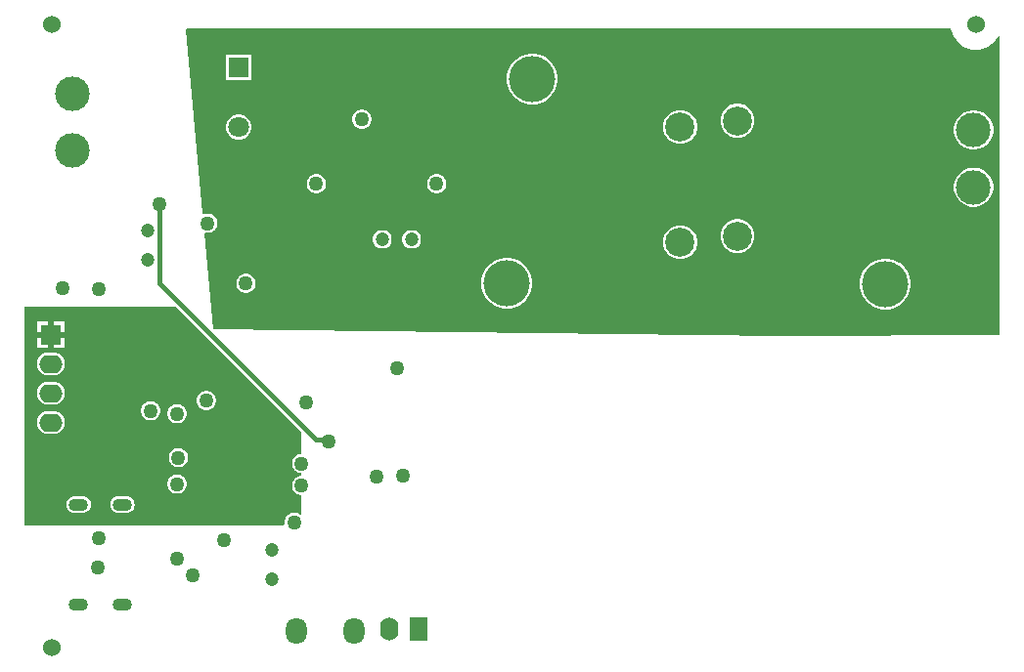
<source format=gbr>
G04*
G04 #@! TF.GenerationSoftware,Altium Limited,Altium Designer,23.0.1 (38)*
G04*
G04 Layer_Physical_Order=4*
G04 Layer_Color=16711680*
%FSLAX25Y25*%
%MOIN*%
G70*
G04*
G04 #@! TF.SameCoordinates,8278F28E-5B15-4BE8-8149-663F5D52C5DE*
G04*
G04*
G04 #@! TF.FilePolarity,Positive*
G04*
G01*
G75*
%ADD62C,0.01500*%
%ADD63O,0.06693X0.04331*%
%ADD64C,0.06000*%
%ADD65C,0.11811*%
%ADD66C,0.09937*%
%ADD67C,0.15748*%
%ADD68R,0.07087X0.07087*%
%ADD69C,0.07087*%
%ADD70R,0.07087X0.07087*%
%ADD71O,0.07874X0.06299*%
%ADD72O,0.07087X0.09055*%
%ADD73R,0.06299X0.07874*%
%ADD74O,0.06299X0.07874*%
%ADD75C,0.04724*%
%ADD76C,0.05000*%
%ADD77C,0.09843*%
G36*
X321443Y221883D02*
X322096Y220307D01*
X323044Y218888D01*
X324250Y217682D01*
X325669Y216734D01*
X327245Y216081D01*
X328919Y215748D01*
X330625D01*
X332298Y216081D01*
X333874Y216734D01*
X335293Y217682D01*
X336499Y218888D01*
X337447Y220307D01*
X337510Y220457D01*
X338000Y220360D01*
Y118203D01*
X263042Y117979D01*
X70000Y120500D01*
X69326Y127695D01*
X66958Y152951D01*
X67340Y153273D01*
X67567Y153213D01*
X68433D01*
X69269Y153437D01*
X70019Y153869D01*
X70631Y154481D01*
X71063Y155231D01*
X71287Y156067D01*
Y156933D01*
X71063Y157769D01*
X70631Y158519D01*
X70019Y159131D01*
X69269Y159563D01*
X68433Y159787D01*
X67567D01*
X66838Y159592D01*
X66314Y159825D01*
X60427Y222630D01*
X60763Y223000D01*
X321221D01*
X321443Y221883D01*
D02*
G37*
G36*
X100000Y85268D02*
Y77787D01*
X99567D01*
X98731Y77563D01*
X97982Y77131D01*
X97369Y76518D01*
X96937Y75769D01*
X96713Y74933D01*
Y74067D01*
X96937Y73231D01*
X97369Y72482D01*
X97982Y71869D01*
X98731Y71437D01*
X99567Y71213D01*
X100000D01*
Y70287D01*
X99567D01*
X98731Y70063D01*
X97982Y69631D01*
X97369Y69019D01*
X96937Y68269D01*
X96713Y67433D01*
Y66567D01*
X96937Y65731D01*
X97369Y64982D01*
X97982Y64369D01*
X98731Y63937D01*
X99567Y63713D01*
X100000D01*
Y57302D01*
X99766Y57205D01*
X99500Y57141D01*
X98769Y57563D01*
X97933Y57787D01*
X97067D01*
X96231Y57563D01*
X95481Y57131D01*
X94869Y56519D01*
X94437Y55769D01*
X94213Y54933D01*
Y54067D01*
X94258Y53897D01*
X93954Y53500D01*
X5500D01*
Y128000D01*
X57268D01*
X100000Y85268D01*
D02*
G37*
%LPC*%
G36*
X82831Y214067D02*
X74169D01*
Y205405D01*
X82831D01*
Y214067D01*
D02*
G37*
G36*
X179459Y214370D02*
X177753D01*
X176080Y214037D01*
X174504Y213384D01*
X173085Y212436D01*
X171879Y211230D01*
X170931Y209811D01*
X170278Y208235D01*
X169945Y206562D01*
Y204856D01*
X170278Y203182D01*
X170931Y201606D01*
X171879Y200187D01*
X173085Y198981D01*
X174504Y198033D01*
X176080Y197380D01*
X177753Y197047D01*
X179459D01*
X181133Y197380D01*
X182709Y198033D01*
X184128Y198981D01*
X185334Y200187D01*
X186282Y201606D01*
X186935Y203182D01*
X187268Y204856D01*
Y206562D01*
X186935Y208235D01*
X186282Y209811D01*
X185334Y211230D01*
X184128Y212436D01*
X182709Y213384D01*
X181133Y214037D01*
X179459Y214370D01*
D02*
G37*
G36*
X120933Y195287D02*
X120067D01*
X119231Y195063D01*
X118482Y194631D01*
X117869Y194018D01*
X117437Y193269D01*
X117213Y192433D01*
Y191567D01*
X117437Y190731D01*
X117869Y189981D01*
X118482Y189369D01*
X119231Y188937D01*
X120067Y188713D01*
X120933D01*
X121769Y188937D01*
X122519Y189369D01*
X123131Y189981D01*
X123563Y190731D01*
X123787Y191567D01*
Y192433D01*
X123563Y193269D01*
X123131Y194018D01*
X122519Y194631D01*
X121769Y195063D01*
X120933Y195287D01*
D02*
G37*
G36*
X249258Y197256D02*
X247742D01*
X246278Y196864D01*
X244966Y196106D01*
X243894Y195034D01*
X243136Y193722D01*
X242744Y192258D01*
Y190742D01*
X243136Y189278D01*
X243894Y187966D01*
X244966Y186894D01*
X246278Y186136D01*
X247742Y185744D01*
X249258D01*
X250722Y186136D01*
X252034Y186894D01*
X253106Y187966D01*
X253864Y189278D01*
X254256Y190742D01*
Y192258D01*
X253864Y193722D01*
X253106Y195034D01*
X252034Y196106D01*
X250722Y196864D01*
X249258Y197256D01*
D02*
G37*
G36*
X79070Y193595D02*
X77930D01*
X76828Y193299D01*
X75841Y192729D01*
X75035Y191923D01*
X74464Y190935D01*
X74169Y189834D01*
Y188694D01*
X74464Y187592D01*
X75035Y186605D01*
X75841Y185798D01*
X76828Y185228D01*
X77930Y184933D01*
X79070D01*
X80172Y185228D01*
X81159Y185798D01*
X81965Y186605D01*
X82536Y187592D01*
X82831Y188694D01*
Y189834D01*
X82536Y190935D01*
X81965Y191923D01*
X81159Y192729D01*
X80172Y193299D01*
X79070Y193595D01*
D02*
G37*
G36*
X229758Y195126D02*
X228242D01*
X226778Y194734D01*
X225466Y193976D01*
X224394Y192904D01*
X223636Y191592D01*
X223244Y190128D01*
Y188612D01*
X223636Y187148D01*
X224394Y185836D01*
X225466Y184764D01*
X226778Y184006D01*
X228242Y183614D01*
X229758D01*
X231222Y184006D01*
X232534Y184764D01*
X233606Y185836D01*
X234364Y187148D01*
X234756Y188612D01*
Y190128D01*
X234364Y191592D01*
X233606Y192904D01*
X232534Y193976D01*
X231222Y194734D01*
X229758Y195126D01*
D02*
G37*
G36*
X329659Y195035D02*
X328341D01*
X327048Y194778D01*
X325830Y194274D01*
X324733Y193541D01*
X323801Y192609D01*
X323069Y191513D01*
X322564Y190295D01*
X322307Y189002D01*
Y187683D01*
X322564Y186390D01*
X323069Y185172D01*
X323801Y184076D01*
X324733Y183144D01*
X325830Y182411D01*
X327048Y181907D01*
X328341Y181650D01*
X329659D01*
X330952Y181907D01*
X332170Y182411D01*
X333266Y183144D01*
X334199Y184076D01*
X334931Y185172D01*
X335436Y186390D01*
X335693Y187683D01*
Y189002D01*
X335436Y190295D01*
X334931Y191513D01*
X334199Y192609D01*
X333266Y193541D01*
X332170Y194274D01*
X330952Y194778D01*
X329659Y195035D01*
D02*
G37*
G36*
X146433Y173287D02*
X145567D01*
X144731Y173063D01*
X143982Y172631D01*
X143369Y172019D01*
X142937Y171269D01*
X142713Y170433D01*
Y169567D01*
X142937Y168731D01*
X143369Y167982D01*
X143982Y167369D01*
X144731Y166937D01*
X145567Y166713D01*
X146433D01*
X147269Y166937D01*
X148019Y167369D01*
X148631Y167982D01*
X149063Y168731D01*
X149287Y169567D01*
Y170433D01*
X149063Y171269D01*
X148631Y172019D01*
X148019Y172631D01*
X147269Y173063D01*
X146433Y173287D01*
D02*
G37*
G36*
X105433D02*
X104567D01*
X103731Y173063D01*
X102981Y172631D01*
X102369Y172019D01*
X101937Y171269D01*
X101713Y170433D01*
Y169567D01*
X101937Y168731D01*
X102369Y167982D01*
X102981Y167369D01*
X103731Y166937D01*
X104567Y166713D01*
X105433D01*
X106269Y166937D01*
X107018Y167369D01*
X107631Y167982D01*
X108063Y168731D01*
X108287Y169567D01*
Y170433D01*
X108063Y171269D01*
X107631Y172019D01*
X107018Y172631D01*
X106269Y173063D01*
X105433Y173287D01*
D02*
G37*
G36*
X329659Y175508D02*
X328341D01*
X327048Y175251D01*
X325830Y174746D01*
X324733Y174014D01*
X323801Y173081D01*
X323069Y171985D01*
X322564Y170767D01*
X322307Y169474D01*
Y168156D01*
X322564Y166863D01*
X323069Y165645D01*
X323801Y164549D01*
X324733Y163616D01*
X325830Y162884D01*
X327048Y162379D01*
X328341Y162122D01*
X329659D01*
X330952Y162379D01*
X332170Y162884D01*
X333266Y163616D01*
X334199Y164549D01*
X334931Y165645D01*
X335436Y166863D01*
X335693Y168156D01*
Y169474D01*
X335436Y170767D01*
X334931Y171985D01*
X334199Y173081D01*
X333266Y174014D01*
X332170Y174746D01*
X330952Y175251D01*
X329659Y175508D01*
D02*
G37*
G36*
X137915Y154150D02*
X137085D01*
X136284Y153935D01*
X135566Y153520D01*
X134980Y152934D01*
X134565Y152216D01*
X134350Y151415D01*
Y150585D01*
X134565Y149784D01*
X134980Y149066D01*
X135566Y148480D01*
X136284Y148065D01*
X137085Y147850D01*
X137915D01*
X138716Y148065D01*
X139434Y148480D01*
X140020Y149066D01*
X140435Y149784D01*
X140650Y150585D01*
Y151415D01*
X140435Y152216D01*
X140020Y152934D01*
X139434Y153520D01*
X138716Y153935D01*
X137915Y154150D01*
D02*
G37*
G36*
X127915D02*
X127085D01*
X126284Y153935D01*
X125566Y153520D01*
X124980Y152934D01*
X124565Y152216D01*
X124350Y151415D01*
Y150585D01*
X124565Y149784D01*
X124980Y149066D01*
X125566Y148480D01*
X126284Y148065D01*
X127085Y147850D01*
X127915D01*
X128716Y148065D01*
X129434Y148480D01*
X130020Y149066D01*
X130435Y149784D01*
X130650Y150585D01*
Y151415D01*
X130435Y152216D01*
X130020Y152934D01*
X129434Y153520D01*
X128716Y153935D01*
X127915Y154150D01*
D02*
G37*
G36*
X249258Y157886D02*
X247742D01*
X246278Y157494D01*
X244966Y156736D01*
X243894Y155664D01*
X243136Y154352D01*
X242744Y152888D01*
Y151372D01*
X243136Y149908D01*
X243894Y148596D01*
X244966Y147524D01*
X246278Y146766D01*
X247742Y146374D01*
X249258D01*
X250722Y146766D01*
X252034Y147524D01*
X253106Y148596D01*
X253864Y149908D01*
X254256Y151372D01*
Y152888D01*
X253864Y154352D01*
X253106Y155664D01*
X252034Y156736D01*
X250722Y157494D01*
X249258Y157886D01*
D02*
G37*
G36*
X229758Y155756D02*
X228242D01*
X226778Y155364D01*
X225466Y154606D01*
X224394Y153534D01*
X223636Y152222D01*
X223244Y150758D01*
Y149242D01*
X223636Y147778D01*
X224394Y146466D01*
X225466Y145394D01*
X226778Y144636D01*
X228242Y144244D01*
X229758D01*
X231222Y144636D01*
X232534Y145394D01*
X233606Y146466D01*
X234364Y147778D01*
X234756Y149242D01*
Y150758D01*
X234364Y152222D01*
X233606Y153534D01*
X232534Y154606D01*
X231222Y155364D01*
X229758Y155756D01*
D02*
G37*
G36*
X81433Y139287D02*
X80567D01*
X79731Y139063D01*
X78982Y138631D01*
X78369Y138019D01*
X77937Y137269D01*
X77713Y136433D01*
Y135567D01*
X77937Y134731D01*
X78369Y133982D01*
X78982Y133369D01*
X79731Y132937D01*
X80567Y132713D01*
X81433D01*
X82269Y132937D01*
X83018Y133369D01*
X83631Y133982D01*
X84063Y134731D01*
X84287Y135567D01*
Y136433D01*
X84063Y137269D01*
X83631Y138019D01*
X83018Y138631D01*
X82269Y139063D01*
X81433Y139287D01*
D02*
G37*
G36*
X170798Y144685D02*
X169092D01*
X167418Y144352D01*
X165842Y143699D01*
X164424Y142751D01*
X163217Y141545D01*
X162269Y140126D01*
X161616Y138550D01*
X161284Y136877D01*
Y135171D01*
X161616Y133497D01*
X162269Y131921D01*
X163217Y130502D01*
X164424Y129296D01*
X165842Y128348D01*
X167418Y127695D01*
X169092Y127362D01*
X170798D01*
X172471Y127695D01*
X174048Y128348D01*
X175466Y129296D01*
X176673Y130502D01*
X177620Y131921D01*
X178273Y133497D01*
X178606Y135171D01*
Y136877D01*
X178273Y138550D01*
X177620Y140126D01*
X176673Y141545D01*
X175466Y142751D01*
X174048Y143699D01*
X172471Y144352D01*
X170798Y144685D01*
D02*
G37*
G36*
X299747Y144453D02*
X298041D01*
X296367Y144120D01*
X294791Y143467D01*
X293372Y142519D01*
X292166Y141313D01*
X291218Y139894D01*
X290565Y138318D01*
X290232Y136644D01*
Y134938D01*
X290565Y133265D01*
X291218Y131689D01*
X292166Y130270D01*
X293372Y129064D01*
X294791Y128116D01*
X296367Y127463D01*
X298041Y127130D01*
X299747D01*
X301420Y127463D01*
X302996Y128116D01*
X304415Y129064D01*
X305622Y130270D01*
X306569Y131689D01*
X307222Y133265D01*
X307555Y134938D01*
Y136644D01*
X307222Y138318D01*
X306569Y139894D01*
X305622Y141313D01*
X304415Y142519D01*
X302996Y143467D01*
X301420Y144120D01*
X299747Y144453D01*
D02*
G37*
G36*
X19043Y123043D02*
X15500D01*
Y119500D01*
X19043D01*
Y123043D01*
D02*
G37*
G36*
X13500D02*
X9957D01*
Y119500D01*
X13500D01*
Y123043D01*
D02*
G37*
G36*
X19043Y117500D02*
X15500D01*
Y113957D01*
X19043D01*
Y117500D01*
D02*
G37*
G36*
X13500D02*
X9957D01*
Y113957D01*
X13500D01*
Y117500D01*
D02*
G37*
G36*
X15287Y112471D02*
X13713D01*
X12685Y112336D01*
X11727Y111939D01*
X10905Y111308D01*
X10274Y110485D01*
X9877Y109528D01*
X9742Y108500D01*
X9877Y107472D01*
X10274Y106515D01*
X10905Y105692D01*
X11727Y105061D01*
X12685Y104664D01*
X13713Y104529D01*
X15287D01*
X16315Y104664D01*
X17273Y105061D01*
X18095Y105692D01*
X18726Y106515D01*
X19123Y107472D01*
X19258Y108500D01*
X19123Y109528D01*
X18726Y110485D01*
X18095Y111308D01*
X17273Y111939D01*
X16315Y112336D01*
X15287Y112471D01*
D02*
G37*
G36*
Y102471D02*
X13713D01*
X12685Y102336D01*
X11727Y101939D01*
X10905Y101308D01*
X10274Y100486D01*
X9877Y99528D01*
X9742Y98500D01*
X9877Y97472D01*
X10274Y96514D01*
X10905Y95692D01*
X11727Y95061D01*
X12685Y94664D01*
X13713Y94529D01*
X15287D01*
X16315Y94664D01*
X17273Y95061D01*
X18095Y95692D01*
X18726Y96514D01*
X19123Y97472D01*
X19258Y98500D01*
X19123Y99528D01*
X18726Y100486D01*
X18095Y101308D01*
X17273Y101939D01*
X16315Y102336D01*
X15287Y102471D01*
D02*
G37*
G36*
X67933Y99287D02*
X67067D01*
X66231Y99063D01*
X65482Y98631D01*
X64869Y98018D01*
X64437Y97269D01*
X64213Y96433D01*
Y95567D01*
X64437Y94731D01*
X64869Y93981D01*
X65482Y93369D01*
X66231Y92937D01*
X67067Y92713D01*
X67933D01*
X68769Y92937D01*
X69519Y93369D01*
X70131Y93981D01*
X70563Y94731D01*
X70787Y95567D01*
Y96433D01*
X70563Y97269D01*
X70131Y98018D01*
X69519Y98631D01*
X68769Y99063D01*
X67933Y99287D01*
D02*
G37*
G36*
X48933Y95787D02*
X48067D01*
X47231Y95563D01*
X46481Y95131D01*
X45869Y94519D01*
X45437Y93769D01*
X45213Y92933D01*
Y92067D01*
X45437Y91231D01*
X45869Y90482D01*
X46481Y89869D01*
X47231Y89437D01*
X48067Y89213D01*
X48933D01*
X49769Y89437D01*
X50519Y89869D01*
X51131Y90482D01*
X51563Y91231D01*
X51787Y92067D01*
Y92933D01*
X51563Y93769D01*
X51131Y94519D01*
X50519Y95131D01*
X49769Y95563D01*
X48933Y95787D01*
D02*
G37*
G36*
X57933Y94787D02*
X57067D01*
X56231Y94563D01*
X55481Y94131D01*
X54869Y93519D01*
X54437Y92769D01*
X54213Y91933D01*
Y91067D01*
X54437Y90231D01*
X54869Y89482D01*
X55481Y88869D01*
X56231Y88437D01*
X57067Y88213D01*
X57933D01*
X58769Y88437D01*
X59518Y88869D01*
X60131Y89482D01*
X60563Y90231D01*
X60787Y91067D01*
Y91933D01*
X60563Y92769D01*
X60131Y93519D01*
X59518Y94131D01*
X58769Y94563D01*
X57933Y94787D01*
D02*
G37*
G36*
X15287Y92471D02*
X13713D01*
X12685Y92336D01*
X11727Y91939D01*
X10905Y91308D01*
X10274Y90486D01*
X9877Y89528D01*
X9742Y88500D01*
X9877Y87472D01*
X10274Y86515D01*
X10905Y85692D01*
X11727Y85061D01*
X12685Y84664D01*
X13713Y84529D01*
X15287D01*
X16315Y84664D01*
X17273Y85061D01*
X18095Y85692D01*
X18726Y86515D01*
X19123Y87472D01*
X19258Y88500D01*
X19123Y89528D01*
X18726Y90486D01*
X18095Y91308D01*
X17273Y91939D01*
X16315Y92336D01*
X15287Y92471D01*
D02*
G37*
G36*
X58433Y79787D02*
X57567D01*
X56731Y79563D01*
X55981Y79131D01*
X55369Y78518D01*
X54937Y77769D01*
X54713Y76933D01*
Y76067D01*
X54937Y75231D01*
X55369Y74481D01*
X55981Y73869D01*
X56731Y73437D01*
X57567Y73213D01*
X58433D01*
X59269Y73437D01*
X60018Y73869D01*
X60631Y74481D01*
X61063Y75231D01*
X61287Y76067D01*
Y76933D01*
X61063Y77769D01*
X60631Y78518D01*
X60018Y79131D01*
X59269Y79563D01*
X58433Y79787D01*
D02*
G37*
G36*
X57933Y70787D02*
X57067D01*
X56231Y70563D01*
X55481Y70131D01*
X54869Y69519D01*
X54437Y68769D01*
X54213Y67933D01*
Y67067D01*
X54437Y66231D01*
X54869Y65482D01*
X55481Y64869D01*
X56231Y64437D01*
X57067Y64213D01*
X57933D01*
X58769Y64437D01*
X59518Y64869D01*
X60131Y65482D01*
X60563Y66231D01*
X60787Y67067D01*
Y67933D01*
X60563Y68769D01*
X60131Y69519D01*
X59518Y70131D01*
X58769Y70563D01*
X57933Y70787D01*
D02*
G37*
G36*
X40142Y63478D02*
X37780D01*
X37009Y63377D01*
X36290Y63079D01*
X35674Y62606D01*
X35200Y61989D01*
X34903Y61271D01*
X34801Y60500D01*
X34903Y59729D01*
X35200Y59011D01*
X35674Y58394D01*
X36290Y57921D01*
X37009Y57623D01*
X37780Y57522D01*
X40142D01*
X40913Y57623D01*
X41631Y57921D01*
X42248Y58394D01*
X42721Y59011D01*
X43018Y59729D01*
X43120Y60500D01*
X43018Y61271D01*
X42721Y61989D01*
X42248Y62606D01*
X41631Y63079D01*
X40913Y63377D01*
X40142Y63478D01*
D02*
G37*
G36*
X25181D02*
X22819D01*
X22048Y63377D01*
X21330Y63079D01*
X20713Y62606D01*
X20240Y61989D01*
X19942Y61271D01*
X19841Y60500D01*
X19942Y59729D01*
X20240Y59011D01*
X20713Y58394D01*
X21330Y57921D01*
X22048Y57623D01*
X22819Y57522D01*
X25181D01*
X25952Y57623D01*
X26670Y57921D01*
X27287Y58394D01*
X27760Y59011D01*
X28058Y59729D01*
X28159Y60500D01*
X28058Y61271D01*
X27760Y61989D01*
X27287Y62606D01*
X26670Y63079D01*
X25952Y63377D01*
X25181Y63478D01*
D02*
G37*
%LPD*%
D62*
X51500Y135985D02*
Y163000D01*
X106803Y82585D02*
X106815Y82573D01*
X108425D02*
X109095Y81903D01*
X106815Y82573D02*
X108425D01*
X51500Y135985D02*
X104900Y82585D01*
X106803D01*
D63*
X38961Y60500D02*
D03*
Y26484D02*
D03*
X24000Y60500D02*
D03*
Y26484D02*
D03*
D64*
X14811Y224410D02*
D03*
X329772D02*
D03*
X14811Y11811D02*
D03*
D65*
X22000Y181315D02*
D03*
Y200842D02*
D03*
X329000Y188342D02*
D03*
Y168815D02*
D03*
D66*
X248500Y152130D02*
D03*
Y191500D02*
D03*
X229000Y189370D02*
D03*
Y150000D02*
D03*
D67*
X298894Y135791D02*
D03*
X307555Y205476D02*
D03*
X178606Y205709D02*
D03*
X169945Y136024D02*
D03*
D68*
X78500Y209736D02*
D03*
D69*
Y189264D02*
D03*
Y199500D02*
D03*
D70*
X14500Y118500D02*
D03*
D71*
Y108500D02*
D03*
Y98500D02*
D03*
Y88500D02*
D03*
D72*
X117842Y17500D02*
D03*
X98158D02*
D03*
D73*
X140000Y18000D02*
D03*
D74*
X130000D02*
D03*
D75*
X137500Y151000D02*
D03*
X127500D02*
D03*
X47500Y144000D02*
D03*
Y154000D02*
D03*
X90000Y45000D02*
D03*
Y35000D02*
D03*
D76*
X30500Y39000D02*
D03*
X31000Y49000D02*
D03*
X73500Y48500D02*
D03*
X134500Y70500D02*
D03*
X105000Y170000D02*
D03*
X125500Y70000D02*
D03*
X120500Y192000D02*
D03*
X51500Y163000D02*
D03*
X109095Y81903D02*
D03*
X38000Y115000D02*
D03*
X27500Y120000D02*
D03*
X101500Y213500D02*
D03*
X89000Y212000D02*
D03*
X146000Y170000D02*
D03*
X81000Y136000D02*
D03*
X48500Y92500D02*
D03*
X57500Y91500D02*
D03*
X58000Y76500D02*
D03*
X79000Y70000D02*
D03*
X88500Y79000D02*
D03*
X132500Y107000D02*
D03*
X100000Y67000D02*
D03*
X31000Y134000D02*
D03*
X18500Y134500D02*
D03*
X68000Y156500D02*
D03*
X101500Y95500D02*
D03*
X67500Y96000D02*
D03*
X97500Y54500D02*
D03*
X100000Y74500D02*
D03*
X57500Y42000D02*
D03*
Y67500D02*
D03*
X63000Y36500D02*
D03*
D77*
X22000Y181315D02*
D03*
X329000Y168815D02*
D03*
M02*

</source>
